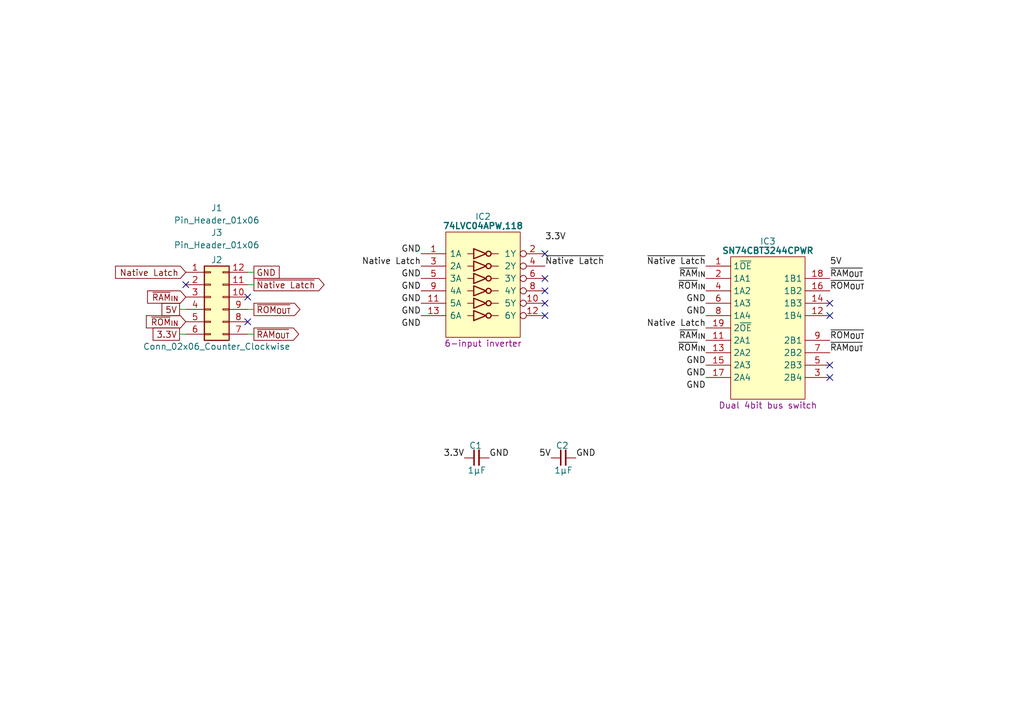
<source format=kicad_sch>
(kicad_sch (version 20250114) (generator "eeschema") (generator_version "9.0")
  (paper "A5")
  (title_block (title "Native Memory Select") (date "2025-03-12") (rev "V0"))
  (lib_symbols
    (symbol "Connector_Generic:Conn_02x06_Counter_Clockwise" (pin_names (offset 1.016) (hide yes))
      (property "Reference" "J" (at 1.27 7.62 0))
      (property "Value" "Conn_02x06_Counter_Clockwise" (at 1.27 -10.16 0))
      (symbol "Conn_02x06_Counter_Clockwise_1_1"
        (rectangle (start -1.27 6.35) (end 3.81 -8.89) (stroke (width 0.254)) (fill (type background)))
        (rectangle (start -1.27 5.207) (end 0 4.953) (stroke (width 0.1524)))
        (rectangle (start -1.27 2.667) (end 0 2.413) (stroke (width 0.1524)))
        (rectangle (start -1.27 0.127) (end 0 -0.127) (stroke (width 0.1524)))
        (rectangle (start -1.27 -2.413) (end 0 -2.667) (stroke (width 0.1524)))
        (rectangle (start -1.27 -4.953) (end 0 -5.207) (stroke (width 0.1524)))
        (rectangle (start -1.27 -7.493) (end 0 -7.747) (stroke (width 0.1524)))
        (rectangle (start 3.81 5.207) (end 2.54 4.953) (stroke (width 0.1524)))
        (rectangle (start 3.81 2.667) (end 2.54 2.413) (stroke (width 0.1524)))
        (rectangle (start 3.81 0.127) (end 2.54 -0.127) (stroke (width 0.1524)))
        (rectangle (start 3.81 -2.413) (end 2.54 -2.667) (stroke (width 0.1524)))
        (rectangle (start 3.81 -4.953) (end 2.54 -5.207) (stroke (width 0.1524)))
        (rectangle (start 3.81 -7.493) (end 2.54 -7.747) (stroke (width 0.1524)))
        (pin passive line (at -5.08 5.08 0) (length 3.81) (name "Pin_1") (number "1"))
        (pin passive line (at -5.08 2.54 0) (length 3.81) (name "Pin_2") (number "2"))
        (pin passive line (at -5.08 0 0) (length 3.81) (name "Pin_3") (number "3"))
        (pin passive line (at -5.08 -2.54 0) (length 3.81) (name "Pin_4") (number "4"))
        (pin passive line (at -5.08 -5.08 0) (length 3.81) (name "Pin_5") (number "5"))
        (pin passive line (at -5.08 -7.62 0) (length 3.81) (name "Pin_6") (number "6"))
        (pin passive line (at 7.62 5.08 180) (length 3.81) (name "Pin_12") (number "12"))
        (pin passive line (at 7.62 2.54 180) (length 3.81) (name "Pin_11") (number "11"))
        (pin passive line (at 7.62 0 180) (length 3.81) (name "Pin_10") (number "10"))
        (pin passive line (at 7.62 -2.54 180) (length 3.81) (name "Pin_9") (number "9"))
        (pin passive line (at 7.62 -5.08 180) (length 3.81) (name "Pin_8") (number "8"))
        (pin passive line (at 7.62 -7.62 180) (length 3.81) (name "Pin_7") (number "7"))
      )
    )
    (symbol "HCP65:C_0805" (pin_numbers (hide yes)) (pin_names (offset 0.254) (hide yes))
      (property "Reference" "C" (at 2.286 2.54 0))
      (property "Value" "?μF" (at 2.54 -2.54 0))
      (symbol "C_0805_0_1"
        (polyline (pts (xy 1.9685 -1.4605) (xy 1.9685 1.5875)) (stroke (width 0.3048)))
        (polyline (pts (xy 2.9845 -1.4605) (xy 2.9845 1.5875)) (stroke (width 0.3302)))
      )
      (symbol "C_0805_1_1"
        (pin passive line (at 0 0 0) (length 2.032) (name "~") (number "1"))
        (pin passive line (at 5.08 0 180) (length 2.032) (name "~") (number "2"))
      )
    )
    (symbol "HCP65:Pin_Header_01x16" (pin_names (offset 1.016) (hide yes))
      (property "Reference" "J" (at 0 1.27 0))
      (property "Value" "Pin_Header_01x16" (at 0 -1.27 0))
    )
    (symbol "Nexperia:74LVC04APW,118" (pin_names (offset 0.762))
      (property "Reference" "IC" (at 12.7 7.62 0))
      (property "Value" "74LVC04APW,118" (at 12.7 5.715 0))
      (property "Description" "6-input inverter" (at 12.7 -18.415 0))
      (symbol "74LVC04APW,118_0_0"
        (pin input line (at 0 0 0) (length 5.08) (name "1A") (number "1"))
        (pin input line (at 0 -2.54 0) (length 5.08) (name "2A") (number "3"))
        (pin input line (at 0 -5.08 0) (length 5.08) (name "3A") (number "5"))
        (pin input line (at 0 -7.62 0) (length 5.08) (name "4A") (number "9"))
        (pin input line (at 0 -10.16 0) (length 5.08) (name "5A") (number "11"))
        (pin input line (at 0 -12.7 0) (length 5.08) (name "6A") (number "13"))
        (pin passive line (at 0 -15.24 0) (length 5.08) (hide yes) (name "GND") (number "7"))
        (pin passive line (at 25.4 2.54 180) (length 5.08) (hide yes) (name "3V") (number "14"))
        (pin output inverted (at 25.4 0 180) (length 5.08) (name "1Y") (number "2"))
        (pin output inverted (at 25.4 -2.54 180) (length 5.08) (name "2Y") (number "4"))
        (pin output inverted (at 25.4 -5.08 180) (length 5.08) (name "3Y") (number "6"))
        (pin output inverted (at 25.4 -7.62 180) (length 5.08) (name "4Y") (number "8"))
        (pin output inverted (at 25.4 -10.16 180) (length 5.08) (name "5Y") (number "10"))
        (pin output inverted (at 25.4 -12.7 180) (length 5.08) (name "6Y") (number "12"))
      )
      (symbol "74LVC04APW,118_0_1"
        (polyline (pts (xy 5.08 4.445) (xy 20.32 4.445) (xy 20.32 -17.145) (xy 5.08 -17.145) (xy 5.08 4.445)) (stroke (width 0.1524)) (fill (type background)))
        (polyline (pts (xy 9.525 0) (xy 10.7949 0)))
        (polyline (pts (xy 9.525 -2.54) (xy 10.7949 -2.54)))
        (polyline (pts (xy 9.525 -5.08) (xy 10.7949 -5.08)))
        (polyline (pts (xy 9.525 -7.62) (xy 10.7949 -7.62)))
        (polyline (pts (xy 9.525 -10.16) (xy 10.7949 -10.16)))
        (polyline (pts (xy 9.525 -12.7) (xy 10.7949 -12.7)))
        (rectangle (start 10.795 1.016) (end 10.795 -1.016) (stroke (width 0.254)) (fill (type background)))
        (polyline (pts (xy 10.795 -1.016) (xy 13.335 0) (xy 10.795 1.016)) (stroke (width 0.254)))
        (rectangle (start 10.795 -1.524) (end 10.795 -3.556) (stroke (width 0.254)) (fill (type background)))
        (polyline (pts (xy 10.795 -3.556) (xy 13.335 -2.54) (xy 10.795 -1.524)) (stroke (width 0.254)))
        (rectangle (start 10.795 -4.064) (end 10.795 -6.096) (stroke (width 0.254)) (fill (type background)))
        (polyline (pts (xy 10.795 -6.096) (xy 13.335 -5.08) (xy 10.795 -4.064)) (stroke (width 0.254)))
        (rectangle (start 10.795 -6.604) (end 10.795 -8.636) (stroke (width 0.254)) (fill (type background)))
        (polyline (pts (xy 10.795 -8.636) (xy 13.335 -7.62) (xy 10.795 -6.604)) (stroke (width 0.254)))
        (rectangle (start 10.795 -9.144) (end 10.795 -11.176) (stroke (width 0.254)) (fill (type background)))
        (polyline (pts (xy 10.795 -11.176) (xy 13.335 -10.16) (xy 10.795 -9.144)) (stroke (width 0.254)))
        (rectangle (start 10.795 -11.684) (end 10.795 -13.716) (stroke (width 0.254)) (fill (type background)))
        (polyline (pts (xy 10.795 -13.716) (xy 13.335 -12.7) (xy 10.795 -11.684)) (stroke (width 0.254)))
        (circle (center 13.843 0) (radius 0.508) (stroke (width 0.254)))
        (circle (center 13.843 -2.54) (radius 0.508) (stroke (width 0.254)))
        (circle (center 13.843 -5.08) (radius 0.508) (stroke (width 0.254)))
        (circle (center 13.843 -7.62) (radius 0.508) (stroke (width 0.254)))
        (circle (center 13.843 -10.16) (radius 0.508) (stroke (width 0.254)))
        (circle (center 13.843 -12.7) (radius 0.508) (stroke (width 0.254)))
        (polyline (pts (xy 14.351 0) (xy 15.875 0)))
        (polyline (pts (xy 14.351 -2.54) (xy 15.875 -2.54)))
        (polyline (pts (xy 14.351 -5.08) (xy 15.875 -5.08)))
        (polyline (pts (xy 14.351 -7.62) (xy 15.875 -7.62)))
        (polyline (pts (xy 14.351 -10.16) (xy 15.875 -10.16)))
        (polyline (pts (xy 14.351 -12.7) (xy 15.875 -12.7)))
      )
    )
    (symbol "Texas_Instruments:SN74CBT3244CPWR"
      (property "Reference" "IC" (at 12.7 5.08 0))
      (property "Value" "SN74CBT3244CPWR" (at 12.7 3.175 0))
      (property "Description" "Dual 4bit bus switch" (at 12.7 -28.575 0))
      (symbol "SN74CBT3244CPWR_0_0"
        (pin input line (at 0 0 0) (length 5.08) (name "1~{OE}") (number "1"))
        (pin passive line (at 0 -2.54 0) (length 5.08) (name "1A1") (number "2"))
        (pin passive line (at 0 -5.08 0) (length 5.08) (name "1A2") (number "4"))
        (pin passive line (at 0 -7.62 0) (length 5.08) (name "1A3") (number "6"))
        (pin passive line (at 0 -10.16 0) (length 5.08) (name "1A4") (number "8"))
        (pin input line (at 0 -12.7 0) (length 5.08) (name "2~{OE}") (number "19"))
        (pin passive line (at 0 -15.24 0) (length 5.08) (name "2A1") (number "11"))
        (pin passive line (at 0 -17.78 0) (length 5.08) (name "2A2") (number "13"))
        (pin passive line (at 0 -20.32 0) (length 5.08) (name "2A3") (number "15"))
        (pin passive line (at 0 -22.86 0) (length 5.08) (name "2A4") (number "17"))
        (pin passive line (at 0 -25.4 0) (length 5.08) (hide yes) (name "GND") (number "10"))
        (pin passive line (at 25.4 0 180) (length 5.08) (hide yes) (name "5V") (number "20"))
        (pin passive line (at 25.4 -2.54 180) (length 5.08) (name "1B1") (number "18"))
        (pin passive line (at 25.4 -5.08 180) (length 5.08) (name "1B2") (number "16"))
        (pin passive line (at 25.4 -7.62 180) (length 5.08) (name "1B3") (number "14"))
        (pin passive line (at 25.4 -10.16 180) (length 5.08) (name "1B4") (number "12"))
        (pin passive line (at 25.4 -15.24 180) (length 5.08) (name "2B1") (number "9"))
        (pin passive line (at 25.4 -17.78 180) (length 5.08) (name "2B2") (number "7"))
        (pin passive line (at 25.4 -20.32 180) (length 5.08) (name "2B3") (number "5"))
        (pin passive line (at 25.4 -22.86 180) (length 5.08) (name "2B4") (number "3"))
      )
      (symbol "SN74CBT3244CPWR_0_1"
        (polyline (pts (xy 5.08 1.905) (xy 20.32 1.905) (xy 20.32 -27.305) (xy 5.08 -27.305) (xy 5.08 1.905)) (stroke (width 0.1524)) (fill (type background)))
      )
    )
  )
  (no_connect (at 111.76 57.15))
  (no_connect (at 111.76 64.77))
  (no_connect (at 170.18 64.77))
  (no_connect (at 50.8 60.96))
  (no_connect (at 50.8 66.04))
  (no_connect (at 38.1 58.42))
  (no_connect (at 170.18 74.93))
  (no_connect (at 111.76 52.07))
  (no_connect (at 111.76 59.69))
  (no_connect (at 170.18 62.23))
  (no_connect (at 111.76 62.23))
  (no_connect (at 170.18 77.47))
  (wire (pts (xy 36.83 63.5) (xy 38.1 63.5)))
  (wire (pts (xy 52.07 58.42) (xy 50.8 58.42)))
  (wire (pts (xy 52.07 55.88) (xy 50.8 55.88)))
  (wire (pts (xy 36.83 68.58) (xy 38.1 68.58)))
  (wire (pts (xy 52.07 68.58) (xy 50.8 68.58)))
  (wire (pts (xy 52.07 63.5) (xy 50.8 63.5)))
  (label "5V" (at 113.03 93.98 180))
  (label "GND" (at 86.36 59.69 180))
  (label "GND" (at 144.78 80.01 180))
  (label "~{RAM_{OUT}}" (at 170.18 72.39 0))
  (label "GND" (at 100.33 93.98 0))
  (label "Native Latch" (at 144.78 67.31 180))
  (label "~{Native Latch}" (at 111.76 54.61 0))
  (label "GND" (at 86.36 57.15 180))
  (label "GND" (at 86.36 67.31 180))
  (label "Native Latch" (at 86.36 54.61 180))
  (label "~{ROM_{OUT}}" (at 170.18 59.69 0))
  (label "5V" (at 170.18 54.61 0))
  (label "GND" (at 144.78 74.93 180))
  (label "3.3V" (at 111.76 49.53 0))
  (label "GND" (at 86.36 52.07 180))
  (label "~{Native Latch}" (at 144.78 54.61 180))
  (label "~{RAM}_{IN}" (at 144.78 57.15 180))
  (label "~{ROM}_{IN}" (at 144.78 59.69 180))
  (label "GND" (at 144.78 62.23 180))
  (label "~{RAM_{OUT}}" (at 170.18 57.15 0))
  (label "~{ROM_{OUT}}" (at 170.18 69.85 0))
  (label "GND" (at 86.36 64.77 180))
  (label "GND" (at 118.11 93.98 0))
  (label "GND" (at 144.78 77.47 180))
  (label "GND" (at 86.36 62.23 180))
  (label "~{ROM}_{IN}" (at 144.78 72.39 180))
  (label "GND" (at 144.78 64.77 180))
  (label "3.3V" (at 95.25 93.98 180))
  (label "~{RAM}_{IN}" (at 144.78 69.85 180))
  (global_label "~{RAM_{OUT}}" (shape output) (at 52.07 68.58 0) (property "Intersheetrefs" "${INTERSHEET_REFS}" (effects (hide yes))))
  (global_label "~{RAM}_{IN}" (shape input) (at 38.1 60.96 180) (property "Intersheetrefs" "${INTERSHEET_REFS}" (effects (hide yes))))
  (global_label "5V" (shape passive) (at 36.83 63.5 180) (property "Intersheetrefs" "${INTERSHEET_REFS}" (effects (hide yes))))
  (global_label "~{ROM}_{IN}" (shape input) (at 38.1 66.04 180) (property "Intersheetrefs" "${INTERSHEET_REFS}" (effects (hide yes))))
  (global_label "3.3V" (shape passive) (at 36.83 68.58 180) (property "Intersheetrefs" "${INTERSHEET_REFS}" (effects (hide yes))))
  (global_label "~{ROM_{OUT}}" (shape output) (at 52.07 63.5 0) (property "Intersheetrefs" "${INTERSHEET_REFS}" (effects (hide yes))))
  (global_label "~{Native Latch}" (shape output) (at 52.07 58.42 0) (property "Intersheetrefs" "${INTERSHEET_REFS}" (effects (hide yes))))
  (global_label "GND" (shape passive) (at 52.07 55.88 0) (property "Intersheetrefs" "${INTERSHEET_REFS}" (effects (hide yes))))
  (global_label "Native Latch" (shape input) (at 38.1 55.88 180) (property "Intersheetrefs" "${INTERSHEET_REFS}" (effects (hide yes))))
  (symbol (lib_id "HCP65:Pin_Header_01x16") (at 44.45 49.022 0) (unit 1)
    (property "Reference" "J3" (at 44.45 47.752 0))
    (property "Value" "Pin_Header_01x06" (at 44.45 50.292 0))
    (property "Footprint" "SamacSys_Parts:PinHeader_1x06_P2.54mm_Vertical" (effects (hide yes)))
  )
  (symbol (lib_id "Nexperia:74LVC04APW,118") (at 86.36 52.07 0) (unit 1)
    (property "Reference" "IC2" (at 99.06 44.45 0))
    (property "Value" "74LVC04APW,118" (at 99.06 46.355 0) (effects (font (bold yes))))
    (property "Footprint" "SamacSys_Parts:SOP65P640X110-14N" (effects (hide yes)))
    (property "Datasheet" "https://assets.nexperia.com/documents/data-sheet/74LVC04A.pdf" (effects (hide yes)))
    (property "Description" "6-input inverter" (at 99.06 70.485 0))
    (property "Height" "1.1" (effects (hide yes)))
    (property "Mouser Part Number" "771-74LVC04APW-T" (effects (hide yes)))
    (property "Mouser Price/Stock" "https://www.mouser.co.uk/ProductDetail/Nexperia/74LVC04APW118?qs=me8TqzrmIYUA5zXidd9%2F4g%3D%3D" (effects (hide yes)))
    (property "Manufacturer_Name" "Nexperia" (effects (hide yes)))
    (property "Manufacturer_Part_Number" "74LVC04APW,118" (effects (hide yes)))
    (property "Silkscreen" "74LVC04" (effects (hide yes)))
  )
  (symbol (lib_id "HCP65:C_0805") (at 113.03 93.98 0) (unit 1)
    (property "Reference" "C2" (at 115.316 91.44 0))
    (property "Value" "1μF" (at 115.57 96.52 0))
    (property "Footprint" "SamacSys_Parts:C_0805" (effects (hide yes)))
  )
  (symbol (lib_id "HCP65:Pin_Header_01x16") (at 44.45 43.942 0) (unit 1)
    (property "Reference" "J1" (at 44.45 42.672 0))
    (property "Value" "Pin_Header_01x06" (at 44.45 45.212 0))
    (property "Footprint" "SamacSys_Parts:PinHeader_1x06_P2.54mm_Vertical" (effects (hide yes)))
  )
  (symbol (lib_id "Texas_Instruments:SN74CBT3244CPWR") (at 144.78 54.61 0) (unit 1)
    (property "Reference" "IC3" (at 157.48 49.53 0))
    (property "Value" "SN74CBT3244CPWR" (at 157.48 51.435 0) (effects (font (bold yes))))
    (property "Footprint" "SamacSys_Parts:SOP65P640X120-20N" (effects (hide yes)))
    (property "Datasheet" "http://www.ti.com/lit/gpn/sn74cbt3244c" (effects (hide yes)))
    (property "Description" "Dual 4bit bus switch" (at 157.48 83.185 0))
    (property "Height" "1.2" (effects (hide yes)))
    (property "Manufacturer_Name" "Texas Instruments" (effects (hide yes)))
    (property "Manufacturer_Part_Number" "SN74CBT3244CPWR" (effects (hide yes)))
    (property "Mouser Part Number" "595-SN74CBT3244CPWR" (effects (hide yes)))
    (property "Mouser Price/Stock" "https://www.mouser.co.uk/ProductDetail/Texas-Instruments/SN74CBT3244CPWR?qs=mE33ZKBHyE5%252BGeBr%2FFRY2g%3D%3D" (effects (hide yes)))
    (property "Silkscreen" "74CBT3244" (effects (hide yes)))
  )
  (symbol (lib_id "Connector_Generic:Conn_02x06_Counter_Clockwise") (at 43.18 60.96 0) (unit 1)
    (property "Reference" "J2" (at 44.45 53.34 0))
    (property "Value" "Conn_02x06_Counter_Clockwise" (at 44.45 71.12 0))
    (property "Footprint" "SamacSys_Parts:DIP-12_Board_W15.24mm_Alt" (effects (hide yes)))
    (property "Description" "Generic connector, double row, 02x06, counter clockwise pin numbering scheme (similar to DIP package numbering), script generated (kicad-library-utils/schlib/autogen/connector/)" (effects (hide yes)))
  )
  (symbol (lib_id "HCP65:C_0805") (at 95.25 93.98 0) (unit 1)
    (property "Reference" "C1" (at 97.536 91.44 0))
    (property "Value" "1μF" (at 97.79 96.52 0))
    (property "Footprint" "SamacSys_Parts:C_0805" (effects (hide yes)))
  )
)
</source>
